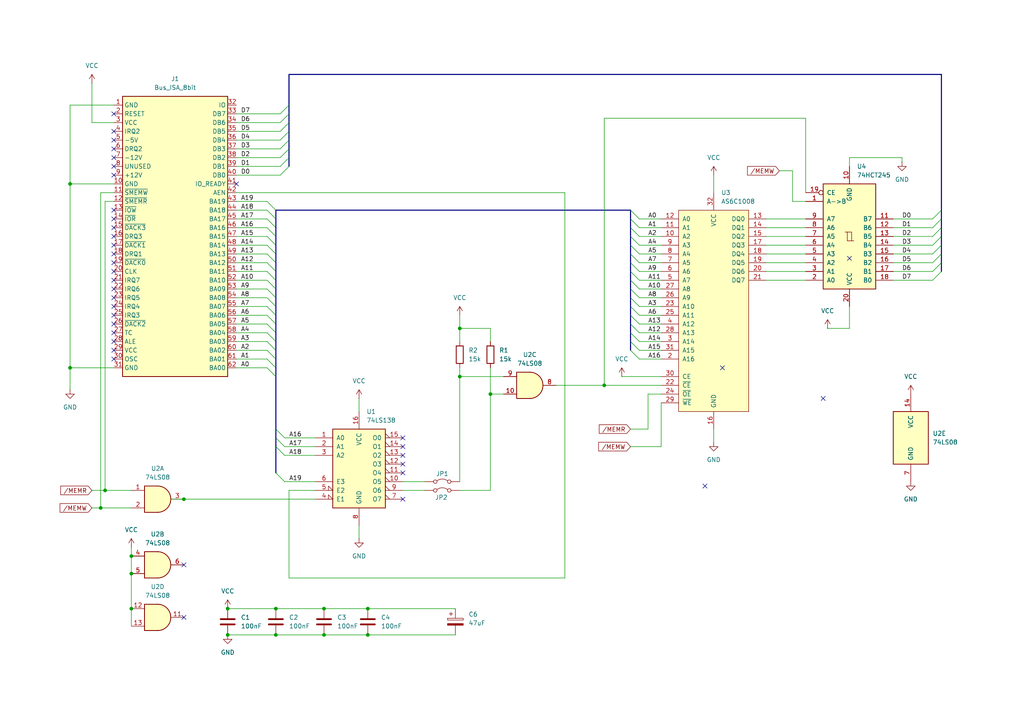
<source format=kicad_sch>
(kicad_sch (version 20250114) (generator "eeschema") (generator_version "9.0")
  (paper "A4")
  (title_block (title "UMB memory expansion board for IBM PC (XT) and clones") (rev "0.1"))
  (lib_symbols
    (symbol "74xx:74LS08" (pin_names (offset 1.016))
      (property "Reference" "U" (at 0 1.27 0))
      (property "Value" "74LS08" (at 0 -1.27 0))
      (symbol "74LS08_1_1"
        (arc (start 0 3.81) (mid 3.7934 0) (end 0 -3.81) (stroke (width 0.254)) (fill (type background)))
        (polyline (pts (xy 0 3.81) (xy -3.81 3.81) (xy -3.81 -3.81) (xy 0 -3.81)) (stroke (width 0.254)) (fill (type background)))
        (pin input line (at -7.62 2.54 0) (length 3.81) (name "~") (number "1"))
        (pin input line (at -7.62 -2.54 0) (length 3.81) (name "~") (number "2"))
        (pin output line (at 7.62 0 180) (length 3.81) (name "~") (number "3"))
      )
      (symbol "74LS08_1_2"
        (arc (start -3.81 3.81) (mid -2.589 0) (end -3.81 -3.81) (stroke (width 0.254)))
        (polyline (pts (xy -3.81 3.81) (xy -0.635 3.81)) (stroke (width 0.254)) (fill (type background)))
        (polyline (pts (xy -3.81 -3.81) (xy -0.635 -3.81)) (stroke (width 0.254)) (fill (type background)))
        (arc (start 3.81 0) (mid 2.1855 -2.584) (end -0.6096 -3.81) (stroke (width 0.254)) (fill (type background)))
        (arc (start -0.6096 3.81) (mid 2.1928 2.5924) (end 3.81 0) (stroke (width 0.254)) (fill (type background)))
        (polyline (pts (xy -0.635 3.81) (xy -3.81 3.81) (xy -3.81 3.81) (xy -3.556 3.4036) (xy -3.0226 2.2606) (xy -2.6924 1.0414) (xy -2.6162 -0.254) (xy -2.7686 -1.4986) (xy -3.175 -2.7178) (xy -3.81 -3.81) (xy -3.81 -3.81) (xy -0.635 -3.81)) (stroke (width -25.4)) (fill (type background)))
        (pin input inverted (at -7.62 2.54 0) (length 4.318) (name "~") (number "1"))
        (pin input inverted (at -7.62 -2.54 0) (length 4.318) (name "~") (number "2"))
        (pin output inverted (at 7.62 0 180) (length 3.81) (name "~") (number "3"))
      )
      (symbol "74LS08_2_1"
        (arc (start 0 3.81) (mid 3.7934 0) (end 0 -3.81) (stroke (width 0.254)) (fill (type background)))
        (polyline (pts (xy 0 3.81) (xy -3.81 3.81) (xy -3.81 -3.81) (xy 0 -3.81)) (stroke (width 0.254)) (fill (type background)))
        (pin input line (at -7.62 2.54 0) (length 3.81) (name "~") (number "4"))
        (pin input line (at -7.62 -2.54 0) (length 3.81) (name "~") (number "5"))
        (pin output line (at 7.62 0 180) (length 3.81) (name "~") (number "6"))
      )
      (symbol "74LS08_2_2"
        (arc (start -3.81 3.81) (mid -2.589 0) (end -3.81 -3.81) (stroke (width 0.254)))
        (polyline (pts (xy -3.81 3.81) (xy -0.635 3.81)) (stroke (width 0.254)) (fill (type background)))
        (polyline (pts (xy -3.81 -3.81) (xy -0.635 -3.81)) (stroke (width 0.254)) (fill (type background)))
        (arc (start 3.81 0) (mid 2.1855 -2.584) (end -0.6096 -3.81) (stroke (width 0.254)) (fill (type background)))
        (arc (start -0.6096 3.81) (mid 2.1928 2.5924) (end 3.81 0) (stroke (width 0.254)) (fill (type background)))
        (polyline (pts (xy -0.635 3.81) (xy -3.81 3.81) (xy -3.81 3.81) (xy -3.556 3.4036) (xy -3.0226 2.2606) (xy -2.6924 1.0414) (xy -2.6162 -0.254) (xy -2.7686 -1.4986) (xy -3.175 -2.7178) (xy -3.81 -3.81) (xy -3.81 -3.81) (xy -0.635 -3.81)) (stroke (width -25.4)) (fill (type background)))
        (pin input inverted (at -7.62 2.54 0) (length 4.318) (name "~") (number "4"))
        (pin input inverted (at -7.62 -2.54 0) (length 4.318) (name "~") (number "5"))
        (pin output inverted (at 7.62 0 180) (length 3.81) (name "~") (number "6"))
      )
      (symbol "74LS08_3_1"
        (arc (start 0 3.81) (mid 3.7934 0) (end 0 -3.81) (stroke (width 0.254)) (fill (type background)))
        (polyline (pts (xy 0 3.81) (xy -3.81 3.81) (xy -3.81 -3.81) (xy 0 -3.81)) (stroke (width 0.254)) (fill (type background)))
        (pin input line (at -7.62 2.54 0) (length 3.81) (name "~") (number "9"))
        (pin input line (at -7.62 -2.54 0) (length 3.81) (name "~") (number "10"))
        (pin output line (at 7.62 0 180) (length 3.81) (name "~") (number "8"))
      )
      (symbol "74LS08_3_2"
        (arc (start -3.81 3.81) (mid -2.589 0) (end -3.81 -3.81) (stroke (width 0.254)))
        (polyline (pts (xy -3.81 3.81) (xy -0.635 3.81)) (stroke (width 0.254)) (fill (type background)))
        (polyline (pts (xy -3.81 -3.81) (xy -0.635 -3.81)) (stroke (width 0.254)) (fill (type background)))
        (arc (start 3.81 0) (mid 2.1855 -2.584) (end -0.6096 -3.81) (stroke (width 0.254)) (fill (type background)))
        (arc (start -0.6096 3.81) (mid 2.1928 2.5924) (end 3.81 0) (stroke (width 0.254)) (fill (type background)))
        (polyline (pts (xy -0.635 3.81) (xy -3.81 3.81) (xy -3.81 3.81) (xy -3.556 3.4036) (xy -3.0226 2.2606) (xy -2.6924 1.0414) (xy -2.6162 -0.254) (xy -2.7686 -1.4986) (xy -3.175 -2.7178) (xy -3.81 -3.81) (xy -3.81 -3.81) (xy -0.635 -3.81)) (stroke (width -25.4)) (fill (type background)))
        (pin input inverted (at -7.62 2.54 0) (length 4.318) (name "~") (number "9"))
        (pin input inverted (at -7.62 -2.54 0) (length 4.318) (name "~") (number "10"))
        (pin output inverted (at 7.62 0 180) (length 3.81) (name "~") (number "8"))
      )
      (symbol "74LS08_4_1"
        (arc (start 0 3.81) (mid 3.7934 0) (end 0 -3.81) (stroke (width 0.254)) (fill (type background)))
        (polyline (pts (xy 0 3.81) (xy -3.81 3.81) (xy -3.81 -3.81) (xy 0 -3.81)) (stroke (width 0.254)) (fill (type background)))
        (pin input line (at -7.62 2.54 0) (length 3.81) (name "~") (number "12"))
        (pin input line (at -7.62 -2.54 0) (length 3.81) (name "~") (number "13"))
        (pin output line (at 7.62 0 180) (length 3.81) (name "~") (number "11"))
      )
      (symbol "74LS08_4_2"
        (arc (start -3.81 3.81) (mid -2.589 0) (end -3.81 -3.81) (stroke (width 0.254)))
        (polyline (pts (xy -3.81 3.81) (xy -0.635 3.81)) (stroke (width 0.254)) (fill (type background)))
        (polyline (pts (xy -3.81 -3.81) (xy -0.635 -3.81)) (stroke (width 0.254)) (fill (type background)))
        (arc (start 3.81 0) (mid 2.1855 -2.584) (end -0.6096 -3.81) (stroke (width 0.254)) (fill (type background)))
        (arc (start -0.6096 3.81) (mid 2.1928 2.5924) (end 3.81 0) (stroke (width 0.254)) (fill (type background)))
        (polyline (pts (xy -0.635 3.81) (xy -3.81 3.81) (xy -3.81 3.81) (xy -3.556 3.4036) (xy -3.0226 2.2606) (xy -2.6924 1.0414) (xy -2.6162 -0.254) (xy -2.7686 -1.4986) (xy -3.175 -2.7178) (xy -3.81 -3.81) (xy -3.81 -3.81) (xy -0.635 -3.81)) (stroke (width -25.4)) (fill (type background)))
        (pin input inverted (at -7.62 2.54 0) (length 4.318) (name "~") (number "12"))
        (pin input inverted (at -7.62 -2.54 0) (length 4.318) (name "~") (number "13"))
        (pin output inverted (at 7.62 0 180) (length 3.81) (name "~") (number "11"))
      )
      (symbol "74LS08_5_0"
        (pin power_in line (at 0 12.7 270) (length 5.08) (name "VCC") (number "14"))
        (pin power_in line (at 0 -12.7 90) (length 5.08) (name "GND") (number "7"))
      )
      (symbol "74LS08_5_1"
        (rectangle (start -5.08 7.62) (end 5.08 -7.62) (stroke (width 0.254)) (fill (type background)))
      )
    )
    (symbol "74xx:74LS138" (pin_names (offset 1.016))
      (property "Reference" "U" (at -7.62 11.43 0))
      (property "Value" "74LS138" (at -7.62 -13.97 0))
      (symbol "74LS138_1_0"
        (pin input line (at -12.7 7.62 0) (length 5.08) (name "A0") (number "1"))
        (pin input line (at -12.7 5.08 0) (length 5.08) (name "A1") (number "2"))
        (pin input line (at -12.7 2.54 0) (length 5.08) (name "A2") (number "3"))
        (pin input line (at -12.7 -5.08 0) (length 5.08) (name "E3") (number "6"))
        (pin input input_low (at -12.7 -7.62 0) (length 5.08) (name "E2") (number "5"))
        (pin input input_low (at -12.7 -10.16 0) (length 5.08) (name "E1") (number "4"))
        (pin power_in line (at 0 15.24 270) (length 5.08) (name "VCC") (number "16"))
        (pin power_in line (at 0 -17.78 90) (length 5.08) (name "GND") (number "8"))
        (pin output output_low (at 12.7 7.62 180) (length 5.08) (name "O0") (number "15"))
        (pin output output_low (at 12.7 5.08 180) (length 5.08) (name "O1") (number "14"))
        (pin output output_low (at 12.7 2.54 180) (length 5.08) (name "O2") (number "13"))
        (pin output output_low (at 12.7 0 180) (length 5.08) (name "O3") (number "12"))
        (pin output output_low (at 12.7 -2.54 180) (length 5.08) (name "O4") (number "11"))
        (pin output output_low (at 12.7 -5.08 180) (length 5.08) (name "O5") (number "10"))
        (pin output output_low (at 12.7 -7.62 180) (length 5.08) (name "O6") (number "9"))
        (pin output output_low (at 12.7 -10.16 180) (length 5.08) (name "O7") (number "7"))
      )
      (symbol "74LS138_1_1"
        (rectangle (start -7.62 10.16) (end 7.62 -12.7) (stroke (width 0.254)) (fill (type background)))
      )
    )
    (symbol "74xx:74LS245" (pin_names (offset 1.016))
      (property "Reference" "U" (at -7.62 16.51 0))
      (property "Value" "74LS245" (at -7.62 -16.51 0))
      (symbol "74LS245_1_0"
        (polyline (pts (xy -1.27 -1.27) (xy 0.635 -1.27) (xy 0.635 1.27) (xy 1.27 1.27)))
        (polyline (pts (xy -0.635 -1.27) (xy -0.635 1.27) (xy 0.635 1.27)))
        (pin tri_state line (at -12.7 12.7 0) (length 5.08) (name "A0") (number "2"))
        (pin tri_state line (at -12.7 10.16 0) (length 5.08) (name "A1") (number "3"))
        (pin tri_state line (at -12.7 7.62 0) (length 5.08) (name "A2") (number "4"))
        (pin tri_state line (at -12.7 5.08 0) (length 5.08) (name "A3") (number "5"))
        (pin tri_state line (at -12.7 2.54 0) (length 5.08) (name "A4") (number "6"))
        (pin tri_state line (at -12.7 0 0) (length 5.08) (name "A5") (number "7"))
        (pin tri_state line (at -12.7 -2.54 0) (length 5.08) (name "A6") (number "8"))
        (pin tri_state line (at -12.7 -5.08 0) (length 5.08) (name "A7") (number "9"))
        (pin input line (at -12.7 -10.16 0) (length 5.08) (name "A->B") (number "1"))
        (pin input inverted (at -12.7 -12.7 0) (length 5.08) (name "CE") (number "19"))
        (pin power_in line (at 0 20.32 270) (length 5.08) (name "VCC") (number "20"))
        (pin power_in line (at 0 -20.32 90) (length 5.08) (name "GND") (number "10"))
        (pin tri_state line (at 12.7 12.7 180) (length 5.08) (name "B0") (number "18"))
        (pin tri_state line (at 12.7 10.16 180) (length 5.08) (name "B1") (number "17"))
        (pin tri_state line (at 12.7 7.62 180) (length 5.08) (name "B2") (number "16"))
        (pin tri_state line (at 12.7 5.08 180) (length 5.08) (name "B3") (number "15"))
        (pin tri_state line (at 12.7 2.54 180) (length 5.08) (name "B4") (number "14"))
        (pin tri_state line (at 12.7 0 180) (length 5.08) (name "B5") (number "13"))
        (pin tri_state line (at 12.7 -2.54 180) (length 5.08) (name "B6") (number "12"))
        (pin tri_state line (at 12.7 -5.08 180) (length 5.08) (name "B7") (number "11"))
      )
      (symbol "74LS245_1_1"
        (rectangle (start -7.62 15.24) (end 7.62 -15.24) (stroke (width 0.254)) (fill (type background)))
      )
    )
    (symbol "Connector:Bus_ISA_8bit"
      (property "Reference" "J" (at 0 42.545 0))
      (property "Value" "Bus_ISA_8bit" (at 0 -42.545 0))
      (symbol "Bus_ISA_8bit_0_1"
        (rectangle (start -15.24 -40.64) (end 15.24 40.64) (stroke (width 0.254)) (fill (type background)))
      )
      (symbol "Bus_ISA_8bit_1_1"
        (pin power_in line (at -17.78 38.1 0) (length 2.54) (name "GND") (number "1"))
        (pin output line (at -17.78 35.56 0) (length 2.54) (name "RESET") (number "2"))
        (pin power_in line (at -17.78 33.02 0) (length 2.54) (name "VCC") (number "3"))
        (pin passive line (at -17.78 30.48 0) (length 2.54) (name "IRQ2") (number "4"))
        (pin power_in line (at -17.78 27.94 0) (length 2.54) (name "-5V") (number "5"))
        (pin passive line (at -17.78 25.4 0) (length 2.54) (name "DRQ2") (number "6"))
        (pin power_in line (at -17.78 22.86 0) (length 2.54) (name "-12V") (number "7"))
        (pin passive line (at -17.78 20.32 0) (length 2.54) (name "UNUSED") (number "8"))
        (pin power_in line (at -17.78 17.78 0) (length 2.54) (name "+12V") (number "9"))
        (pin power_in line (at -17.78 15.24 0) (length 2.54) (name "GND") (number "10"))
        (pin output line (at -17.78 12.7 0) (length 2.54) (name "~{SMEMW}") (number "11"))
        (pin output line (at -17.78 10.16 0) (length 2.54) (name "~{SMEMR}") (number "12"))
        (pin output line (at -17.78 7.62 0) (length 2.54) (name "~{IOW}") (number "13"))
        (pin output line (at -17.78 5.08 0) (length 2.54) (name "~{IOR}") (number "14"))
        (pin passive line (at -17.78 2.54 0) (length 2.54) (name "~{DACK3}") (number "15"))
        (pin passive line (at -17.78 0 0) (length 2.54) (name "DRQ3") (number "16"))
        (pin passive line (at -17.78 -2.54 0) (length 2.54) (name "~{DACK1}") (number "17"))
        (pin passive line (at -17.78 -5.08 0) (length 2.54) (name "DRQ1") (number "18"))
        (pin passive line (at -17.78 -7.62 0) (length 2.54) (name "~{DACK0}") (number "19"))
        (pin output line (at -17.78 -10.16 0) (length 2.54) (name "CLK") (number "20"))
        (pin passive line (at -17.78 -12.7 0) (length 2.54) (name "IRQ7") (number "21"))
        (pin passive line (at -17.78 -15.24 0) (length 2.54) (name "IRQ6") (number "22"))
        (pin passive line (at -17.78 -17.78 0) (length 2.54) (name "IRQ5") (number "23"))
        (pin passive line (at -17.78 -20.32 0) (length 2.54) (name "IRQ4") (number "24"))
        (pin passive line (at -17.78 -22.86 0) (length 2.54) (name "IRQ3") (number "25"))
        (pin passive line (at -17.78 -25.4 0) (length 2.54) (name "~{DACK2}") (number "26"))
        (pin passive line (at -17.78 -27.94 0) (length 2.54) (name "TC") (number "27"))
        (pin output line (at -17.78 -30.48 0) (length 2.54) (name "ALE") (number "28"))
        (pin power_in line (at -17.78 -33.02 0) (length 2.54) (name "VCC") (number "29"))
        (pin output line (at -17.78 -35.56 0) (length 2.54) (name "OSC") (number "30"))
        (pin power_in line (at -17.78 -38.1 0) (length 2.54) (name "GND") (number "31"))
        (pin passive line (at 17.78 38.1 180) (length 2.54) (name "IO") (number "32"))
        (pin tri_state line (at 17.78 35.56 180) (length 2.54) (name "DB7") (number "33"))
        (pin tri_state line (at 17.78 33.02 180) (length 2.54) (name "DB6") (number "34"))
        (pin tri_state line (at 17.78 30.48 180) (length 2.54) (name "DB5") (number "35"))
        (pin tri_state line (at 17.78 27.94 180) (length 2.54) (name "DB4") (number "36"))
        (pin tri_state line (at 17.78 25.4 180) (length 2.54) (name "DB3") (number "37"))
        (pin tri_state line (at 17.78 22.86 180) (length 2.54) (name "DB2") (number "38"))
        (pin tri_state line (at 17.78 20.32 180) (length 2.54) (name "DB1") (number "39"))
        (pin tri_state line (at 17.78 17.78 180) (length 2.54) (name "DB0") (number "40"))
        (pin passive line (at 17.78 15.24 180) (length 2.54) (name "IO_READY") (number "41"))
        (pin output line (at 17.78 12.7 180) (length 2.54) (name "AEN") (number "42"))
        (pin tri_state line (at 17.78 10.16 180) (length 2.54) (name "BA19") (number "43"))
        (pin tri_state line (at 17.78 7.62 180) (length 2.54) (name "BA18") (number "44"))
        (pin tri_state line (at 17.78 5.08 180) (length 2.54) (name "BA17") (number "45"))
        (pin tri_state line (at 17.78 2.54 180) (length 2.54) (name "BA16") (number "46"))
        (pin tri_state line (at 17.78 0 180) (length 2.54) (name "BA15") (number "47"))
        (pin tri_state line (at 17.78 -2.54 180) (length 2.54) (name "BA14") (number "48"))
        (pin tri_state line (at 17.78 -5.08 180) (length 2.54) (name "BA13") (number "49"))
        (pin tri_state line (at 17.78 -7.62 180) (length 2.54) (name "BA12") (number "50"))
        (pin tri_state line (at 17.78 -10.16 180) (length 2.54) (name "BA11") (number "51"))
        (pin tri_state line (at 17.78 -12.7 180) (length 2.54) (name "BA10") (number "52"))
        (pin tri_state line (at 17.78 -15.24 180) (length 2.54) (name "BA09") (number "53"))
        (pin tri_state line (at 17.78 -17.78 180) (length 2.54) (name "BA08") (number "54"))
        (pin tri_state line (at 17.78 -20.32 180) (length 2.54) (name "BA07") (number "55"))
        (pin tri_state line (at 17.78 -22.86 180) (length 2.54) (name "BA06") (number "56"))
        (pin tri_state line (at 17.78 -25.4 180) (length 2.54) (name "BA05") (number "57"))
        (pin tri_state line (at 17.78 -27.94 180) (length 2.54) (name "BA04") (number "58"))
        (pin tri_state line (at 17.78 -30.48 180) (length 2.54) (name "BA03") (number "59"))
        (pin tri_state line (at 17.78 -33.02 180) (length 2.54) (name "BA02") (number "60"))
        (pin tri_state line (at 17.78 -35.56 180) (length 2.54) (name "BA01") (number "61"))
        (pin tri_state line (at 17.78 -38.1 180) (length 2.54) (name "BA00") (number "62"))
      )
    )
    (symbol "Device:C" (pin_numbers (hide yes)) (pin_names (offset 0.254))
      (property "Reference" "C" (at 0.635 2.54 0))
      (property "Value" "C" (at 0.635 -2.54 0))
      (symbol "C_0_1"
        (polyline (pts (xy -2.032 0.762) (xy 2.032 0.762)) (stroke (width 0.508)))
        (polyline (pts (xy -2.032 -0.762) (xy 2.032 -0.762)) (stroke (width 0.508)))
      )
      (symbol "C_1_1"
        (pin passive line (at 0 3.81 270) (length 2.794) (name "~") (number "1"))
        (pin passive line (at 0 -3.81 90) (length 2.794) (name "~") (number "2"))
      )
    )
    (symbol "Device:C_Polarized" (pin_numbers (hide yes)) (pin_names (offset 0.254))
      (property "Reference" "C" (at 0.635 2.54 0))
      (property "Value" "C_Polarized" (at 0.635 -2.54 0))
      (symbol "C_Polarized_0_1"
        (rectangle (start -2.286 0.508) (end 2.286 1.016))
        (polyline (pts (xy -1.778 2.286) (xy -0.762 2.286)))
        (polyline (pts (xy -1.27 2.794) (xy -1.27 1.778)))
        (rectangle (start 2.286 -0.508) (end -2.286 -1.016) (fill (type outline)))
      )
      (symbol "C_Polarized_1_1"
        (pin passive line (at 0 3.81 270) (length 2.794) (name "~") (number "1"))
        (pin passive line (at 0 -3.81 90) (length 2.794) (name "~") (number "2"))
      )
    )
    (symbol "Device:R" (pin_numbers (hide yes)) (pin_names (offset 0))
      (property "Reference" "R" (at 2.032 0 90))
      (property "Value" "R" (at 0 0 90))
      (symbol "R_0_1"
        (rectangle (start -1.016 -2.54) (end 1.016 2.54) (stroke (width 0.254)))
      )
      (symbol "R_1_1"
        (pin passive line (at 0 3.81 270) (length 1.27) (name "~") (number "1"))
        (pin passive line (at 0 -3.81 90) (length 1.27) (name "~") (number "2"))
      )
    )
    (symbol "Jumper:Jumper_2_Bridged" (pin_numbers (hide yes)) (pin_names (offset 0) (hide yes))
      (property "Reference" "JP" (at 0 1.905 0))
      (property "Value" "Jumper_2_Bridged" (at 0 -2.54 0))
      (symbol "Jumper_2_Bridged_0_0"
        (circle (center -2.032 0) (radius 0.508))
        (circle (center 2.032 0) (radius 0.508))
      )
      (symbol "Jumper_2_Bridged_0_1"
        (arc (start -1.524 0.254) (mid 0 0.762) (end 1.524 0.254))
      )
      (symbol "Jumper_2_Bridged_1_1"
        (pin passive line (at -5.08 0 0) (length 2.54) (name "A") (number "1"))
        (pin passive line (at 5.08 0 180) (length 2.54) (name "B") (number "2"))
      )
    )
    (symbol "my_components:AS6C1008" (pin_names (offset 1.016))
      (property "Reference" "U" (at -7.62 33.02 0))
      (property "Value" "AS6C1008" (at -7.62 30.48 0))
      (symbol "AS6C1008_0_1"
        (rectangle (start 10.16 -29.21) (end -10.16 29.21) (fill (type background)))
      )
      (symbol "AS6C1008_1_1"
        (pin input line (at -15.24 26.67 0) (length 5.08) (name "A0") (number "12"))
        (pin input line (at -15.24 24.13 0) (length 5.08) (name "A1") (number "11"))
        (pin input line (at -15.24 21.59 0) (length 5.08) (name "A2") (number "10"))
        (pin input line (at -15.24 19.05 0) (length 5.08) (name "A3") (number "9"))
        (pin input line (at -15.24 16.51 0) (length 5.08) (name "A4") (number "8"))
        (pin input line (at -15.24 13.97 0) (length 5.08) (name "A5") (number "7"))
        (pin input line (at -15.24 11.43 0) (length 5.08) (name "A6") (number "6"))
        (pin input line (at -15.24 8.89 0) (length 5.08) (name "A7") (number "5"))
        (pin input line (at -15.24 6.35 0) (length 5.08) (name "A8") (number "27"))
        (pin input line (at -15.24 3.81 0) (length 5.08) (name "A9") (number "26"))
        (pin input line (at -15.24 1.27 0) (length 5.08) (name "A10") (number "23"))
        (pin input line (at -15.24 -1.27 0) (length 5.08) (name "A11") (number "25"))
        (pin input line (at -15.24 -3.81 0) (length 5.08) (name "A12") (number "4"))
        (pin input line (at -15.24 -6.35 0) (length 5.08) (name "A13") (number "28"))
        (pin input line (at -15.24 -8.89 0) (length 5.08) (name "A14") (number "3"))
        (pin input line (at -15.24 -11.43 0) (length 5.08) (name "A15") (number "31"))
        (pin input line (at -15.24 -13.97 0) (length 5.08) (name "A16") (number "2"))
        (pin input line (at -15.24 -19.05 0) (length 5.08) (name "CE") (number "30"))
        (pin input line (at -15.24 -21.59 0) (length 5.08) (name "~{CE}") (number "22"))
        (pin input line (at -15.24 -24.13 0) (length 5.08) (name "~{OE}") (number "24"))
        (pin input line (at -15.24 -26.67 0) (length 5.08) (name "~{WE}") (number "29"))
        (pin no_connect line (at -10.16 -16.51 0) (length 0) (hide yes) (name "NC") (number "1"))
        (pin power_in line (at 0 34.29 270) (length 5.08) (name "VCC") (number "32"))
        (pin power_in line (at 0 -34.29 90) (length 5.08) (name "GND") (number "16"))
        (pin bidirectional line (at 15.24 26.67 180) (length 5.08) (name "DQ0") (number "13"))
        (pin bidirectional line (at 15.24 24.13 180) (length 5.08) (name "DQ1") (number "14"))
        (pin bidirectional line (at 15.24 21.59 180) (length 5.08) (name "DQ2") (number "15"))
        (pin bidirectional line (at 15.24 19.05 180) (length 5.08) (name "DQ3") (number "17"))
        (pin bidirectional line (at 15.24 16.51 180) (length 5.08) (name "DQ4") (number "18"))
        (pin bidirectional line (at 15.24 13.97 180) (length 5.08) (name "DQ5") (number "19"))
        (pin bidirectional line (at 15.24 11.43 180) (length 5.08) (name "DQ6") (number "20"))
        (pin bidirectional line (at 15.24 8.89 180) (length 5.08) (name "DQ7") (number "21"))
      )
    )
    (symbol "power:GND" (power) (pin_numbers (hide yes)) (pin_names (offset 0) (hide yes))
      (property "Value" "GND" (at 0 -3.81 0))
      (symbol "GND_0_1"
        (polyline (pts (xy 0 0) (xy 0 -1.27) (xy 1.27 -1.27) (xy 0 -2.54) (xy -1.27 -1.27) (xy 0 -1.27)))
      )
      (symbol "GND_1_1"
        (pin power_in line (at 0 0 270) (length 0) (name "~") (number "1"))
      )
    )
    (symbol "power:VCC" (power) (pin_numbers (hide yes)) (pin_names (offset 0) (hide yes))
      (property "Value" "VCC" (at 0 3.556 0))
      (symbol "VCC_0_1"
        (polyline (pts (xy -0.762 1.27) (xy 0 2.54)))
        (polyline (pts (xy 0 2.54) (xy 0.762 1.27)))
        (polyline (pts (xy 0 0) (xy 0 2.54)))
      )
      (symbol "VCC_1_1"
        (pin power_in line (at 0 0 90) (length 0) (name "~") (number "1"))
      )
    )
  )
  (junction (at 20.32 53.34))
  (junction (at 106.68 184.15))
  (junction (at 29.21 147.32))
  (junction (at 93.98 176.53))
  (junction (at 142.24 114.3))
  (junction (at 38.1 166.37))
  (junction (at 80.01 184.15))
  (junction (at 66.04 176.53))
  (junction (at 53.34 144.78))
  (junction (at 175.26 111.76))
  (junction (at 20.32 106.68))
  (junction (at 66.04 184.15))
  (junction (at 133.35 109.22))
  (junction (at 38.1 161.29))
  (junction (at 30.48 142.24))
  (junction (at 93.98 184.15))
  (junction (at 38.1 176.53))
  (junction (at 133.35 95.25))
  (junction (at 106.68 176.53))
  (junction (at 80.01 176.53))
  (no_connect (at 33.02 78.74))
  (no_connect (at 33.02 38.1))
  (no_connect (at 33.02 71.12))
  (no_connect (at 33.02 60.96))
  (no_connect (at 68.58 53.34))
  (no_connect (at 33.02 50.8))
  (no_connect (at 116.84 144.78))
  (no_connect (at 33.02 81.28))
  (no_connect (at 33.02 40.64))
  (no_connect (at 33.02 68.58))
  (no_connect (at 33.02 93.98))
  (no_connect (at 116.84 132.08))
  (no_connect (at 53.34 179.07))
  (no_connect (at 116.84 137.16))
  (no_connect (at 33.02 96.52))
  (no_connect (at 33.02 48.26))
  (no_connect (at 238.76 115.57))
  (no_connect (at 33.02 73.66))
  (no_connect (at 33.02 101.6))
  (no_connect (at 33.02 63.5))
  (no_connect (at 116.84 129.54))
  (no_connect (at 209.55 106.68))
  (no_connect (at 33.02 99.06))
  (no_connect (at 33.02 45.72))
  (no_connect (at 33.02 88.9))
  (no_connect (at 33.02 104.14))
  (no_connect (at 33.02 33.02))
  (no_connect (at 33.02 66.04))
  (no_connect (at 33.02 86.36))
  (no_connect (at 33.02 76.2))
  (no_connect (at 246.38 74.93))
  (no_connect (at 53.34 163.83))
  (no_connect (at 33.02 43.18))
  (no_connect (at 33.02 91.44))
  (no_connect (at 204.47 140.97))
  (no_connect (at 116.84 134.62))
  (no_connect (at 33.02 83.82))
  (no_connect (at 116.84 127))
  (bus_entry (at 77.47 73.66) (size 2.54 2.54))
  (bus_entry (at 182.88 88.9) (size 2.54 2.54))
  (bus_entry (at 182.88 60.96) (size 2.54 2.54))
  (bus_entry (at 77.47 106.68) (size 2.54 2.54))
  (bus_entry (at 182.88 93.98) (size 2.54 2.54))
  (bus_entry (at 270.51 71.12) (size 2.54 -2.54))
  (bus_entry (at 80.01 124.46) (size 2.54 2.54))
  (bus_entry (at 81.28 38.1) (size 2.54 -2.54))
  (bus_entry (at 77.47 104.14) (size 2.54 2.54))
  (bus_entry (at 270.51 73.66) (size 2.54 -2.54))
  (bus_entry (at 182.88 91.44) (size 2.54 2.54))
  (bus_entry (at 81.28 50.8) (size 2.54 -2.54))
  (bus_entry (at 182.88 76.2) (size 2.54 2.54))
  (bus_entry (at 270.51 68.58) (size 2.54 -2.54))
  (bus_entry (at 270.51 63.5) (size 2.54 -2.54))
  (bus_entry (at 81.28 35.56) (size 2.54 -2.54))
  (bus_entry (at 77.47 81.28) (size 2.54 2.54))
  (bus_entry (at 77.47 60.96) (size 2.54 2.54))
  (bus_entry (at 77.47 76.2) (size 2.54 2.54))
  (bus_entry (at 182.88 86.36) (size 2.54 2.54))
  (bus_entry (at 77.47 99.06) (size 2.54 2.54))
  (bus_entry (at 77.47 63.5) (size 2.54 2.54))
  (bus_entry (at 77.47 96.52) (size 2.54 2.54))
  (bus_entry (at 77.47 101.6) (size 2.54 2.54))
  (bus_entry (at 182.88 73.66) (size 2.54 2.54))
  (bus_entry (at 77.47 78.74) (size 2.54 2.54))
  (bus_entry (at 182.88 96.52) (size 2.54 2.54))
  (bus_entry (at 182.88 71.12) (size 2.54 2.54))
  (bus_entry (at 81.28 40.64) (size 2.54 -2.54))
  (bus_entry (at 80.01 137.16) (size 2.54 2.54))
  (bus_entry (at 80.01 127) (size 2.54 2.54))
  (bus_entry (at 182.88 83.82) (size 2.54 2.54))
  (bus_entry (at 182.88 81.28) (size 2.54 2.54))
  (bus_entry (at 182.88 66.04) (size 2.54 2.54))
  (bus_entry (at 77.47 83.82) (size 2.54 2.54))
  (bus_entry (at 182.88 68.58) (size 2.54 2.54))
  (bus_entry (at 77.47 91.44) (size 2.54 2.54))
  (bus_entry (at 77.47 66.04) (size 2.54 2.54))
  (bus_entry (at 81.28 43.18) (size 2.54 -2.54))
  (bus_entry (at 182.88 101.6) (size 2.54 2.54))
  (bus_entry (at 77.47 88.9) (size 2.54 2.54))
  (bus_entry (at 81.28 45.72) (size 2.54 -2.54))
  (bus_entry (at 80.01 129.54) (size 2.54 2.54))
  (bus_entry (at 77.47 93.98) (size 2.54 2.54))
  (bus_entry (at 182.88 78.74) (size 2.54 2.54))
  (bus_entry (at 77.47 58.42) (size 2.54 2.54))
  (bus_entry (at 270.51 66.04) (size 2.54 -2.54))
  (bus_entry (at 81.28 33.02) (size 2.54 -2.54))
  (bus_entry (at 182.88 99.06) (size 2.54 2.54))
  (bus_entry (at 77.47 86.36) (size 2.54 2.54))
  (bus_entry (at 270.51 78.74) (size 2.54 -2.54))
  (bus_entry (at 77.47 68.58) (size 2.54 2.54))
  (bus_entry (at 182.88 63.5) (size 2.54 2.54))
  (bus_entry (at 270.51 76.2) (size 2.54 -2.54))
  (bus_entry (at 81.28 48.26) (size 2.54 -2.54))
  (bus_entry (at 77.47 71.12) (size 2.54 2.54))
  (bus_entry (at 270.51 81.28) (size 2.54 -2.54))
  (wire (pts (xy 26.67 142.24) (xy 30.48 142.24)))
  (wire (pts (xy 80.01 184.15) (xy 93.98 184.15)))
  (wire (pts (xy 246.38 88.9) (xy 246.38 95.25)))
  (wire (pts (xy 68.58 99.06) (xy 77.47 99.06)))
  (wire (pts (xy 82.55 129.54) (xy 91.44 129.54)))
  (bus (pts (xy 273.05 73.66) (xy 273.05 76.2)))
  (wire (pts (xy 175.26 111.76) (xy 191.77 111.76)))
  (wire (pts (xy 207.01 50.8) (xy 207.01 55.88)))
  (bus (pts (xy 80.01 78.74) (xy 80.01 81.28)))
  (wire (pts (xy 29.21 55.88) (xy 29.21 147.32)))
  (bus (pts (xy 182.88 71.12) (xy 182.88 73.66)))
  (bus (pts (xy 182.88 73.66) (xy 182.88 76.2)))
  (bus (pts (xy 80.01 109.22) (xy 80.01 124.46)))
  (wire (pts (xy 142.24 95.25) (xy 142.24 99.06)))
  (wire (pts (xy 104.14 115.57) (xy 104.14 119.38)))
  (bus (pts (xy 182.88 88.9) (xy 182.88 91.44)))
  (wire (pts (xy 133.35 109.22) (xy 146.05 109.22)))
  (wire (pts (xy 93.98 184.15) (xy 106.68 184.15)))
  (bus (pts (xy 273.05 21.59) (xy 273.05 60.96)))
  (wire (pts (xy 185.42 81.28) (xy 191.77 81.28)))
  (wire (pts (xy 233.68 34.29) (xy 175.26 34.29)))
  (wire (pts (xy 93.98 176.53) (xy 106.68 176.53)))
  (wire (pts (xy 68.58 45.72) (xy 81.28 45.72)))
  (wire (pts (xy 68.58 101.6) (xy 77.47 101.6)))
  (wire (pts (xy 259.08 73.66) (xy 270.51 73.66)))
  (bus (pts (xy 273.05 71.12) (xy 273.05 73.66)))
  (wire (pts (xy 68.58 40.64) (xy 81.28 40.64)))
  (wire (pts (xy 68.58 73.66) (xy 77.47 73.66)))
  (bus (pts (xy 83.82 38.1) (xy 83.82 35.56)))
  (wire (pts (xy 68.58 63.5) (xy 77.47 63.5)))
  (bus (pts (xy 83.82 30.48) (xy 83.82 33.02)))
  (bus (pts (xy 80.01 68.58) (xy 80.01 71.12)))
  (wire (pts (xy 116.84 139.7) (xy 123.19 139.7)))
  (wire (pts (xy 133.35 109.22) (xy 133.35 139.7)))
  (bus (pts (xy 80.01 104.14) (xy 80.01 106.68)))
  (wire (pts (xy 233.68 34.29) (xy 233.68 55.88)))
  (wire (pts (xy 30.48 142.24) (xy 38.1 142.24)))
  (wire (pts (xy 68.58 43.18) (xy 81.28 43.18)))
  (wire (pts (xy 261.62 45.72) (xy 261.62 46.99)))
  (wire (pts (xy 163.83 55.88) (xy 163.83 167.64)))
  (wire (pts (xy 185.42 96.52) (xy 191.77 96.52)))
  (wire (pts (xy 38.1 166.37) (xy 38.1 176.53)))
  (wire (pts (xy 68.58 93.98) (xy 77.47 93.98)))
  (wire (pts (xy 30.48 58.42) (xy 30.48 142.24)))
  (wire (pts (xy 142.24 106.68) (xy 142.24 114.3)))
  (bus (pts (xy 273.05 66.04) (xy 273.05 68.58)))
  (wire (pts (xy 66.04 184.15) (xy 80.01 184.15)))
  (bus (pts (xy 182.88 96.52) (xy 182.88 99.06)))
  (wire (pts (xy 33.02 35.56) (xy 26.67 35.56)))
  (bus (pts (xy 80.01 66.04) (xy 80.01 68.58)))
  (wire (pts (xy 20.32 30.48) (xy 20.32 53.34)))
  (bus (pts (xy 80.01 71.12) (xy 80.01 73.66)))
  (wire (pts (xy 82.55 139.7) (xy 91.44 139.7)))
  (wire (pts (xy 68.58 78.74) (xy 77.47 78.74)))
  (bus (pts (xy 80.01 63.5) (xy 80.01 66.04)))
  (wire (pts (xy 20.32 106.68) (xy 20.32 113.03)))
  (wire (pts (xy 68.58 104.14) (xy 77.47 104.14)))
  (wire (pts (xy 68.58 91.44) (xy 77.47 91.44)))
  (wire (pts (xy 222.25 63.5) (xy 233.68 63.5)))
  (wire (pts (xy 185.42 76.2) (xy 191.77 76.2)))
  (wire (pts (xy 229.87 49.53) (xy 229.87 58.42)))
  (bus (pts (xy 83.82 33.02) (xy 83.82 35.56)))
  (wire (pts (xy 229.87 58.42) (xy 233.68 58.42)))
  (wire (pts (xy 187.96 124.46) (xy 187.96 114.3)))
  (wire (pts (xy 142.24 95.25) (xy 133.35 95.25)))
  (wire (pts (xy 259.08 81.28) (xy 270.51 81.28)))
  (wire (pts (xy 187.96 114.3) (xy 191.77 114.3)))
  (bus (pts (xy 182.88 99.06) (xy 182.88 101.6)))
  (bus (pts (xy 80.01 93.98) (xy 80.01 96.52)))
  (bus (pts (xy 182.88 86.36) (xy 182.88 88.9)))
  (bus (pts (xy 80.01 83.82) (xy 80.01 86.36)))
  (bus (pts (xy 80.01 81.28) (xy 80.01 83.82)))
  (bus (pts (xy 83.82 38.1) (xy 83.82 40.64)))
  (bus (pts (xy 80.01 76.2) (xy 80.01 78.74)))
  (wire (pts (xy 104.14 152.4) (xy 104.14 156.21)))
  (bus (pts (xy 273.05 76.2) (xy 273.05 78.74)))
  (wire (pts (xy 68.58 86.36) (xy 77.47 86.36)))
  (wire (pts (xy 180.34 109.22) (xy 191.77 109.22)))
  (wire (pts (xy 133.35 91.44) (xy 133.35 95.25)))
  (wire (pts (xy 185.42 91.44) (xy 191.77 91.44)))
  (bus (pts (xy 83.82 40.64) (xy 83.82 43.18)))
  (bus (pts (xy 80.01 91.44) (xy 80.01 93.98)))
  (wire (pts (xy 68.58 48.26) (xy 81.28 48.26)))
  (bus (pts (xy 182.88 81.28) (xy 182.88 83.82)))
  (wire (pts (xy 83.82 167.64) (xy 83.82 142.24)))
  (wire (pts (xy 68.58 66.04) (xy 77.47 66.04)))
  (wire (pts (xy 182.88 129.54) (xy 191.77 129.54)))
  (wire (pts (xy 185.42 99.06) (xy 191.77 99.06)))
  (bus (pts (xy 273.05 63.5) (xy 273.05 66.04)))
  (wire (pts (xy 185.42 73.66) (xy 191.77 73.66)))
  (wire (pts (xy 259.08 78.74) (xy 270.51 78.74)))
  (wire (pts (xy 246.38 95.25) (xy 240.03 95.25)))
  (wire (pts (xy 68.58 71.12) (xy 77.47 71.12)))
  (wire (pts (xy 259.08 71.12) (xy 270.51 71.12)))
  (wire (pts (xy 26.67 35.56) (xy 26.67 24.13)))
  (wire (pts (xy 116.84 142.24) (xy 123.19 142.24)))
  (bus (pts (xy 273.05 68.58) (xy 273.05 71.12)))
  (bus (pts (xy 80.01 99.06) (xy 80.01 101.6)))
  (wire (pts (xy 259.08 76.2) (xy 270.51 76.2)))
  (wire (pts (xy 222.25 81.28) (xy 233.68 81.28)))
  (bus (pts (xy 182.88 66.04) (xy 182.88 68.58)))
  (wire (pts (xy 29.21 147.32) (xy 38.1 147.32)))
  (bus (pts (xy 80.01 96.52) (xy 80.01 99.06)))
  (wire (pts (xy 66.04 176.53) (xy 80.01 176.53)))
  (wire (pts (xy 82.55 132.08) (xy 91.44 132.08)))
  (wire (pts (xy 185.42 63.5) (xy 191.77 63.5)))
  (wire (pts (xy 20.32 106.68) (xy 20.32 53.34)))
  (bus (pts (xy 83.82 45.72) (xy 83.82 48.26)))
  (wire (pts (xy 185.42 78.74) (xy 191.77 78.74)))
  (wire (pts (xy 33.02 55.88) (xy 29.21 55.88)))
  (bus (pts (xy 83.82 21.59) (xy 83.82 30.48)))
  (wire (pts (xy 163.83 167.64) (xy 83.82 167.64)))
  (wire (pts (xy 91.44 142.24) (xy 83.82 142.24)))
  (bus (pts (xy 273.05 21.59) (xy 83.82 21.59)))
  (wire (pts (xy 68.58 33.02) (xy 81.28 33.02)))
  (wire (pts (xy 207.01 124.46) (xy 207.01 128.27)))
  (wire (pts (xy 142.24 114.3) (xy 142.24 142.24)))
  (wire (pts (xy 185.42 88.9) (xy 191.77 88.9)))
  (wire (pts (xy 68.58 83.82) (xy 77.47 83.82)))
  (wire (pts (xy 222.25 76.2) (xy 233.68 76.2)))
  (wire (pts (xy 185.42 104.14) (xy 191.77 104.14)))
  (bus (pts (xy 182.88 63.5) (xy 182.88 66.04)))
  (wire (pts (xy 246.38 45.72) (xy 246.38 48.26)))
  (wire (pts (xy 133.35 106.68) (xy 133.35 109.22)))
  (wire (pts (xy 185.42 71.12) (xy 191.77 71.12)))
  (wire (pts (xy 222.25 71.12) (xy 233.68 71.12)))
  (bus (pts (xy 80.01 127) (xy 80.01 129.54)))
  (wire (pts (xy 185.42 86.36) (xy 191.77 86.36)))
  (wire (pts (xy 82.55 127) (xy 91.44 127)))
  (wire (pts (xy 68.58 96.52) (xy 77.47 96.52)))
  (wire (pts (xy 222.25 73.66) (xy 233.68 73.66)))
  (wire (pts (xy 68.58 106.68) (xy 77.47 106.68)))
  (wire (pts (xy 259.08 63.5) (xy 270.51 63.5)))
  (wire (pts (xy 191.77 129.54) (xy 191.77 116.84)))
  (wire (pts (xy 106.68 176.53) (xy 132.08 176.53)))
  (wire (pts (xy 222.25 68.58) (xy 233.68 68.58)))
  (bus (pts (xy 182.88 83.82) (xy 182.88 86.36)))
  (wire (pts (xy 68.58 68.58) (xy 77.47 68.58)))
  (wire (pts (xy 226.06 49.53) (xy 229.87 49.53)))
  (bus (pts (xy 182.88 68.58) (xy 182.88 71.12)))
  (wire (pts (xy 185.42 66.04) (xy 191.77 66.04)))
  (wire (pts (xy 175.26 34.29) (xy 175.26 111.76)))
  (wire (pts (xy 259.08 68.58) (xy 270.51 68.58)))
  (bus (pts (xy 80.01 88.9) (xy 80.01 91.44)))
  (wire (pts (xy 222.25 78.74) (xy 233.68 78.74)))
  (bus (pts (xy 182.88 76.2) (xy 182.88 78.74)))
  (wire (pts (xy 259.08 66.04) (xy 270.51 66.04)))
  (bus (pts (xy 80.01 101.6) (xy 80.01 104.14)))
  (wire (pts (xy 26.67 147.32) (xy 29.21 147.32)))
  (wire (pts (xy 246.38 45.72) (xy 261.62 45.72)))
  (bus (pts (xy 80.01 60.96) (xy 182.88 60.96)))
  (wire (pts (xy 68.58 76.2) (xy 77.47 76.2)))
  (wire (pts (xy 133.35 95.25) (xy 133.35 99.06)))
  (wire (pts (xy 33.02 30.48) (xy 20.32 30.48)))
  (wire (pts (xy 185.42 68.58) (xy 191.77 68.58)))
  (wire (pts (xy 68.58 50.8) (xy 81.28 50.8)))
  (bus (pts (xy 80.01 129.54) (xy 80.01 137.16)))
  (wire (pts (xy 38.1 158.75) (xy 38.1 161.29)))
  (bus (pts (xy 182.88 78.74) (xy 182.88 81.28)))
  (wire (pts (xy 68.58 88.9) (xy 77.47 88.9)))
  (wire (pts (xy 20.32 53.34) (xy 33.02 53.34)))
  (wire (pts (xy 182.88 124.46) (xy 187.96 124.46)))
  (wire (pts (xy 38.1 176.53) (xy 38.1 181.61)))
  (wire (pts (xy 142.24 114.3) (xy 146.05 114.3)))
  (bus (pts (xy 80.01 124.46) (xy 80.01 127)))
  (wire (pts (xy 68.58 38.1) (xy 81.28 38.1)))
  (wire (pts (xy 33.02 106.68) (xy 20.32 106.68)))
  (wire (pts (xy 222.25 66.04) (xy 233.68 66.04)))
  (wire (pts (xy 106.68 184.15) (xy 132.08 184.15)))
  (wire (pts (xy 68.58 60.96) (xy 77.47 60.96)))
  (bus (pts (xy 83.82 43.18) (xy 83.82 45.72)))
  (bus (pts (xy 273.05 60.96) (xy 273.05 63.5)))
  (bus (pts (xy 80.01 106.68) (xy 80.01 109.22)))
  (bus (pts (xy 80.01 73.66) (xy 80.01 76.2)))
  (bus (pts (xy 182.88 60.96) (xy 182.88 63.5)))
  (wire (pts (xy 33.02 58.42) (xy 30.48 58.42)))
  (wire (pts (xy 133.35 142.24) (xy 142.24 142.24)))
  (wire (pts (xy 80.01 176.53) (xy 93.98 176.53)))
  (wire (pts (xy 53.34 144.78) (xy 91.44 144.78)))
  (wire (pts (xy 38.1 161.29) (xy 38.1 166.37)))
  (bus (pts (xy 80.01 60.96) (xy 80.01 63.5)))
  (wire (pts (xy 49.53 144.78) (xy 53.34 144.78)))
  (wire (pts (xy 68.58 35.56) (xy 81.28 35.56)))
  (wire (pts (xy 185.42 93.98) (xy 191.77 93.98)))
  (wire (pts (xy 68.58 81.28) (xy 77.47 81.28)))
  (wire (pts (xy 185.42 101.6) (xy 191.77 101.6)))
  (wire (pts (xy 185.42 83.82) (xy 191.77 83.82)))
  (wire (pts (xy 68.58 55.88) (xy 163.83 55.88)))
  (wire (pts (xy 161.29 111.76) (xy 175.26 111.76)))
  (bus (pts (xy 182.88 91.44) (xy 182.88 93.98)))
  (bus (pts (xy 182.88 93.98) (xy 182.88 96.52)))
  (bus (pts (xy 80.01 86.36) (xy 80.01 88.9)))
  (wire (pts (xy 68.58 58.42) (xy 77.47 58.42)))
  (label "A9" (at 187.96 78.74 0))
  (label "D6" (at 261.62 78.74 0))
  (label "A5" (at 69.85 93.98 0))
  (label "A11" (at 187.96 81.28 0))
  (label "A14" (at 187.96 99.06 0))
  (label "D5" (at 69.85 38.1 0))
  (label "A7" (at 69.85 88.9 0))
  (label "A0" (at 69.85 106.68 0))
  (label "A11" (at 69.85 78.74 0))
  (label "D7" (at 69.85 33.02 0))
  (label "A8" (at 69.85 86.36 0))
  (label "D2" (at 69.85 45.72 0))
  (label "A0" (at 187.96 63.5 0))
  (label "A8" (at 187.96 86.36 0))
  (label "A4" (at 187.96 71.12 0))
  (label "A16" (at 69.85 66.04 0))
  (label "D1" (at 69.85 48.26 0))
  (label "A1" (at 69.85 104.14 0))
  (label "A18" (at 69.85 60.96 0))
  (label "A12" (at 69.85 76.2 0))
  (label "A6" (at 187.96 91.44 0))
  (label "D0" (at 261.62 63.5 0))
  (label "A1" (at 187.96 66.04 0))
  (label "A3" (at 69.85 99.06 0))
  (label "A2" (at 69.85 101.6 0))
  (label "D2" (at 261.62 68.58 0))
  (label "A16" (at 187.96 104.14 0))
  (label "A17" (at 83.82 129.54 0))
  (label "A19" (at 69.85 58.42 0))
  (label "A13" (at 69.85 73.66 0))
  (label "A13" (at 187.96 93.98 0))
  (label "D3" (at 261.62 71.12 0))
  (label "A9" (at 69.85 83.82 0))
  (label "A7" (at 187.96 76.2 0))
  (label "A16" (at 83.82 127 0))
  (label "A15" (at 69.85 68.58 0))
  (label "D4" (at 69.85 40.64 0))
  (label "D6" (at 69.85 35.56 0))
  (label "A14" (at 69.85 71.12 0))
  (label "A18" (at 83.82 132.08 0))
  (label "A12" (at 187.96 96.52 0))
  (label "D3" (at 69.85 43.18 0))
  (label "D7" (at 261.62 81.28 0))
  (label "A3" (at 187.96 88.9 0))
  (label "A10" (at 69.85 81.28 0))
  (label "A10" (at 187.96 83.82 0))
  (label "A5" (at 187.96 73.66 0))
  (label "A6" (at 69.85 91.44 0))
  (label "D4" (at 261.62 73.66 0))
  (label "A2" (at 187.96 68.58 0))
  (label "A15" (at 187.96 101.6 0))
  (label "A17" (at 69.85 63.5 0))
  (label "D1" (at 261.62 66.04 0))
  (label "A4" (at 69.85 96.52 0))
  (label "D0" (at 69.85 50.8 0))
  (label "D5" (at 261.62 76.2 0))
  (label "A19" (at 83.82 139.7 0))
  (global_label "{slash}MEMW" (shape input) (at 26.67 147.32 180) (property "Intersheetrefs" "${INTERSHEET_REFS}" (effects (hide yes))))
  (global_label "{slash}MEMR" (shape input) (at 182.88 124.46 180) (property "Intersheetrefs" "${INTERSHEET_REFS}" (effects (hide yes))))
  (global_label "{slash}MEMW" (shape input) (at 182.88 129.54 180) (property "Intersheetrefs" "${INTERSHEET_REFS}" (effects (hide yes))))
  (global_label "{slash}MEMR" (shape input) (at 26.67 142.24 180) (property "Intersheetrefs" "${INTERSHEET_REFS}" (effects (hide yes))))
  (global_label "{slash}MEMW" (shape input) (at 226.06 49.53 180) (property "Intersheetrefs" "${INTERSHEET_REFS}" (effects (hide yes))))
  (symbol (lib_id "power:VCC") (at 38.1 158.75 0) (unit 1)
    (property "Reference" "#PWR013" (effects (hide yes)))
    (property "Value" "VCC" (at 38.1 153.67 0))
    (property "Description" "Power symbol creates a global label with name \"VCC\"" (effects (hide yes)))
  )
  (symbol (lib_id "power:VCC") (at 104.14 115.57 0) (unit 1)
    (property "Reference" "#PWR05" (effects (hide yes)))
    (property "Value" "VCC" (at 104.14 110.49 0))
    (property "Description" "Power symbol creates a global label with name \"VCC\"" (effects (hide yes)))
  )
  (symbol (lib_id "power:VCC") (at 180.34 109.22 0) (unit 1)
    (property "Reference" "#PWR012" (effects (hide yes)))
    (property "Value" "VCC" (at 180.34 104.14 0))
    (property "Description" "Power symbol creates a global label with name \"VCC\"" (effects (hide yes)))
  )
  (symbol (lib_id "power:VCC") (at 26.67 24.13 0) (unit 1)
    (property "Reference" "#PWR03" (effects (hide yes)))
    (property "Value" "VCC" (at 26.67 19.05 0))
    (property "Description" "Power symbol creates a global label with name \"VCC\"" (effects (hide yes)))
  )
  (symbol (lib_id "power:VCC") (at 66.04 176.53 0) (unit 1)
    (property "Reference" "#PWR015" (effects (hide yes)))
    (property "Value" "VCC" (at 66.04 171.45 0))
    (property "Description" "Power symbol creates a global label with name \"VCC\"" (effects (hide yes)))
  )
  (symbol (lib_id "my_components:AS6C1008") (at 207.01 90.17 0) (unit 1)
    (property "Reference" "U3" (at 209.1533 55.88 0) (effects (justify left)))
    (property "Value" "AS6C1008" (at 209.1533 58.42 0) (effects (justify left)))
    (property "Footprint" "Package_DIP:DIP-32_W15.24mm" (effects (hide yes)))
    (property "Description" "SRAM 128Kx8" (effects (hide yes)))
  )
  (symbol (lib_id "Jumper:Jumper_2_Bridged") (at 128.27 139.7 0) (unit 1)
    (property "Reference" "JP1" (at 128.27 137.414 0))
    (property "Value" "Jumper_2_Bridged" (effects (hide yes)))
    (property "Footprint" "Connector_PinHeader_2.54mm:PinHeader_1x02_P2.54mm_Vertical" (effects (hide yes)))
    (property "Description" "Jumper, 2-pole, closed/bridged" (effects (hide yes)))
  )
  (symbol (lib_id "power:VCC") (at 240.03 95.25 0) (unit 1)
    (property "Reference" "#PWR010" (effects (hide yes)))
    (property "Value" "VCC" (at 240.03 90.17 0))
    (property "Description" "Power symbol creates a global label with name \"VCC\"" (effects (hide yes)))
  )
  (symbol (lib_id "power:GND") (at 264.16 139.7 0) (unit 1)
    (property "Reference" "#PWR09" (effects (hide yes)))
    (property "Value" "GND" (at 264.16 144.78 0))
    (property "Description" "Power symbol creates a global label with name \"GND\" , ground" (effects (hide yes)))
  )
  (symbol (lib_id "74xx:74LS08") (at 153.67 111.76 0) (unit 3)
    (property "Reference" "U2" (at 153.6617 102.87 0))
    (property "Value" "74LS08" (at 153.6617 105.41 0))
    (property "Footprint" "Package_DIP:DIP-14_W7.62mm" (effects (hide yes)))
    (property "Datasheet" "http://www.ti.com/lit/gpn/sn74LS08" (effects (hide yes)))
    (property "Description" "Quad And2" (effects (hide yes)))
  )
  (symbol (lib_id "74xx:74LS08") (at 264.16 127 0) (unit 5)
    (property "Reference" "U2" (at 270.51 125.7299 0) (effects (justify left)))
    (property "Value" "74LS08" (at 270.51 128.2699 0) (effects (justify left)))
    (property "Footprint" "Package_DIP:DIP-14_W7.62mm" (effects (hide yes)))
    (property "Datasheet" "http://www.ti.com/lit/gpn/sn74LS08" (effects (hide yes)))
    (property "Description" "Quad And2" (effects (hide yes)))
  )
  (symbol (lib_id "power:VCC") (at 133.35 91.44 0) (unit 1)
    (property "Reference" "#PWR04" (effects (hide yes)))
    (property "Value" "VCC" (at 133.35 86.36 0))
    (property "Description" "Power symbol creates a global label with name \"VCC\"" (effects (hide yes)))
  )
  (symbol (lib_id "Device:C") (at 106.68 180.34 0) (unit 1)
    (property "Reference" "C4" (at 110.49 179.0699 0) (effects (justify left)))
    (property "Value" "100nF" (at 110.49 181.6099 0) (effects (justify left)))
    (property "Footprint" "Capacitor_THT:C_Disc_D4.7mm_W2.5mm_P5.00mm" (effects (hide yes)))
    (property "Description" "Unpolarized capacitor" (effects (hide yes)))
  )
  (symbol (lib_id "74xx:74LS08") (at 45.72 163.83 0) (unit 2)
    (property "Reference" "U2" (at 45.7117 154.94 0))
    (property "Value" "74LS08" (at 45.7117 157.48 0))
    (property "Footprint" "Package_DIP:DIP-14_W7.62mm" (effects (hide yes)))
    (property "Datasheet" "http://www.ti.com/lit/gpn/sn74LS08" (effects (hide yes)))
    (property "Description" "Quad And2" (effects (hide yes)))
  )
  (symbol (lib_id "74xx:74LS08") (at 45.72 179.07 0) (unit 4)
    (property "Reference" "U2" (at 45.7117 170.18 0))
    (property "Value" "74LS08" (at 45.7117 172.72 0))
    (property "Footprint" "Package_DIP:DIP-14_W7.62mm" (effects (hide yes)))
    (property "Datasheet" "http://www.ti.com/lit/gpn/sn74LS08" (effects (hide yes)))
    (property "Description" "Quad And2" (effects (hide yes)))
  )
  (symbol (lib_id "74xx:74LS08") (at 45.72 144.78 0) (unit 1)
    (property "Reference" "U2" (at 45.7117 135.89 0))
    (property "Value" "74LS08" (at 45.7117 138.43 0))
    (property "Footprint" "Package_DIP:DIP-14_W7.62mm" (effects (hide yes)))
    (property "Datasheet" "http://www.ti.com/lit/gpn/sn74LS08" (effects (hide yes)))
    (property "Description" "Quad And2" (effects (hide yes)))
  )
  (symbol (lib_id "power:GND") (at 261.62 46.99 0) (unit 1)
    (property "Reference" "#PWR011" (effects (hide yes)))
    (property "Value" "GND" (at 261.62 52.07 0))
    (property "Description" "Power symbol creates a global label with name \"GND\" , ground" (effects (hide yes)))
  )
  (symbol (lib_id "power:GND") (at 104.14 156.21 0) (unit 1)
    (property "Reference" "#PWR07" (effects (hide yes)))
    (property "Value" "GND" (at 104.14 161.29 0))
    (property "Description" "Power symbol creates a global label with name \"GND\" , ground" (effects (hide yes)))
  )
  (symbol (lib_id "74xx:74LS138") (at 104.14 134.62 0) (unit 1)
    (property "Reference" "U1" (at 106.2833 119.38 0) (effects (justify left)))
    (property "Value" "74LS138" (at 106.2833 121.92 0) (effects (justify left)))
    (property "Footprint" "Package_DIP:DIP-16_W7.62mm" (effects (hide yes)))
    (property "Datasheet" "http://www.ti.com/lit/gpn/sn74LS138" (effects (hide yes)))
    (property "Description" "Decoder 3 to 8 active low outputs" (effects (hide yes)))
  )
  (symbol (lib_id "power:VCC") (at 207.01 50.8 0) (unit 1)
    (property "Reference" "#PWR08" (effects (hide yes)))
    (property "Value" "VCC" (at 207.01 45.72 0))
    (property "Description" "Power symbol creates a global label with name \"VCC\"" (effects (hide yes)))
  )
  (symbol (lib_id "power:GND") (at 20.32 113.03 0) (unit 1)
    (property "Reference" "#PWR01" (effects (hide yes)))
    (property "Value" "GND" (at 20.32 118.11 0))
    (property "Description" "Power symbol creates a global label with name \"GND\" , ground" (effects (hide yes)))
  )
  (symbol (lib_id "Device:R") (at 133.35 102.87 0) (unit 1)
    (property "Reference" "R2" (at 135.89 101.5999 0) (effects (justify left)))
    (property "Value" "15k" (at 135.89 104.1399 0) (effects (justify left)))
    (property "Footprint" "Resistor_THT:R_Axial_DIN0204_L3.6mm_D1.6mm_P7.62mm_Horizontal" (effects (hide yes)))
    (property "Description" "Resistor" (effects (hide yes)))
  )
  (symbol (lib_id "Device:R") (at 142.24 102.87 0) (unit 1)
    (property "Reference" "R1" (at 144.78 101.5999 0) (effects (justify left)))
    (property "Value" "15k" (at 144.78 104.1399 0) (effects (justify left)))
    (property "Footprint" "Resistor_THT:R_Axial_DIN0204_L3.6mm_D1.6mm_P7.62mm_Horizontal" (effects (hide yes)))
    (property "Description" "Resistor" (effects (hide yes)))
  )
  (symbol (lib_id "Device:C_Polarized") (at 132.08 180.34 0) (unit 1)
    (property "Reference" "C6" (at 135.89 178.1809 0) (effects (justify left)))
    (property "Value" "47uF" (at 135.89 180.7209 0) (effects (justify left)))
    (property "Footprint" "Capacitor_THT:CP_Radial_D4.0mm_P2.00mm" (effects (hide yes)))
    (property "Description" "Polarized capacitor" (effects (hide yes)))
  )
  (symbol (lib_id "Device:C") (at 66.04 180.34 0) (unit 1)
    (property "Reference" "C1" (at 69.85 179.0699 0) (effects (justify left)))
    (property "Value" "100nF" (at 69.85 181.6099 0) (effects (justify left)))
    (property "Footprint" "Capacitor_THT:C_Disc_D4.7mm_W2.5mm_P5.00mm" (effects (hide yes)))
    (property "Description" "Unpolarized capacitor" (effects (hide yes)))
  )
  (symbol (lib_id "74xx:74LS245") (at 246.38 68.58 0) (mirror x) (unit 1)
    (property "Reference" "U4" (at 248.5233 48.26 0) (effects (justify left)))
    (property "Value" "74HCT245" (at 248.5233 50.8 0) (effects (justify left)))
    (property "Footprint" "Package_DIP:DIP-20_W7.62mm" (effects (hide yes)))
    (property "Datasheet" "http://www.ti.com/lit/gpn/sn74LS245" (effects (hide yes)))
    (property "Description" "Octal BUS Transceivers, 3-State outputs" (effects (hide yes)))
  )
  (symbol (lib_id "Connector:Bus_ISA_8bit") (at 50.8 68.58 0) (unit 1)
    (property "Reference" "J1" (at 50.8 22.86 0))
    (property "Value" "Bus_ISA_8bit" (at 50.8 25.4 0))
    (property "Footprint" "xt-isa-umb:Conn_Edge_PCB_ISA8" (effects (hide yes)))
    (property "Datasheet" "https://en.wikipedia.org/wiki/Industry_Standard_Architecture" (effects (hide yes)))
    (property "Description" "8-bit ISA-PC bus connector" (effects (hide yes)))
  )
  (symbol (lib_id "power:GND") (at 207.01 128.27 0) (unit 1)
    (property "Reference" "#PWR02" (effects (hide yes)))
    (property "Value" "GND" (at 207.01 133.35 0))
    (property "Description" "Power symbol creates a global label with name \"GND\" , ground" (effects (hide yes)))
  )
  (symbol (lib_id "Jumper:Jumper_2_Bridged") (at 128.27 142.24 0) (unit 1)
    (property "Reference" "JP2" (at 128.016 144.272 0))
    (property "Value" "Jumper_2_Bridged" (effects (hide yes)))
    (property "Footprint" "Connector_PinHeader_2.54mm:PinHeader_1x02_P2.54mm_Vertical" (effects (hide yes)))
    (property "Description" "Jumper, 2-pole, closed/bridged" (effects (hide yes)))
  )
  (symbol (lib_id "Device:C") (at 80.01 180.34 0) (unit 1)
    (property "Reference" "C2" (at 83.82 179.0699 0) (effects (justify left)))
    (property "Value" "100nF" (at 83.82 181.6099 0) (effects (justify left)))
    (property "Footprint" "Capacitor_THT:C_Disc_D4.7mm_W2.5mm_P5.00mm" (effects (hide yes)))
    (property "Description" "Unpolarized capacitor" (effects (hide yes)))
  )
  (symbol (lib_id "Device:C") (at 93.98 180.34 0) (unit 1)
    (property "Reference" "C3" (at 97.79 179.0699 0) (effects (justify left)))
    (property "Value" "100nF" (at 97.79 181.6099 0) (effects (justify left)))
    (property "Footprint" "Capacitor_THT:C_Disc_D4.7mm_W2.5mm_P5.00mm" (effects (hide yes)))
    (property "Description" "Unpolarized capacitor" (effects (hide yes)))
  )
  (symbol (lib_id "power:GND") (at 66.04 184.15 0) (unit 1)
    (property "Reference" "#PWR014" (effects (hide yes)))
    (property "Value" "GND" (at 66.04 189.23 0))
    (property "Description" "Power symbol creates a global label with name \"GND\" , ground" (effects (hide yes)))
  )
  (symbol (lib_id "power:VCC") (at 264.16 114.3 0) (unit 1)
    (property "Reference" "#PWR06" (effects (hide yes)))
    (property "Value" "VCC" (at 264.16 109.22 0))
    (property "Description" "Power symbol creates a global label with name \"VCC\"" (effects (hide yes)))
  )
)
</source>
